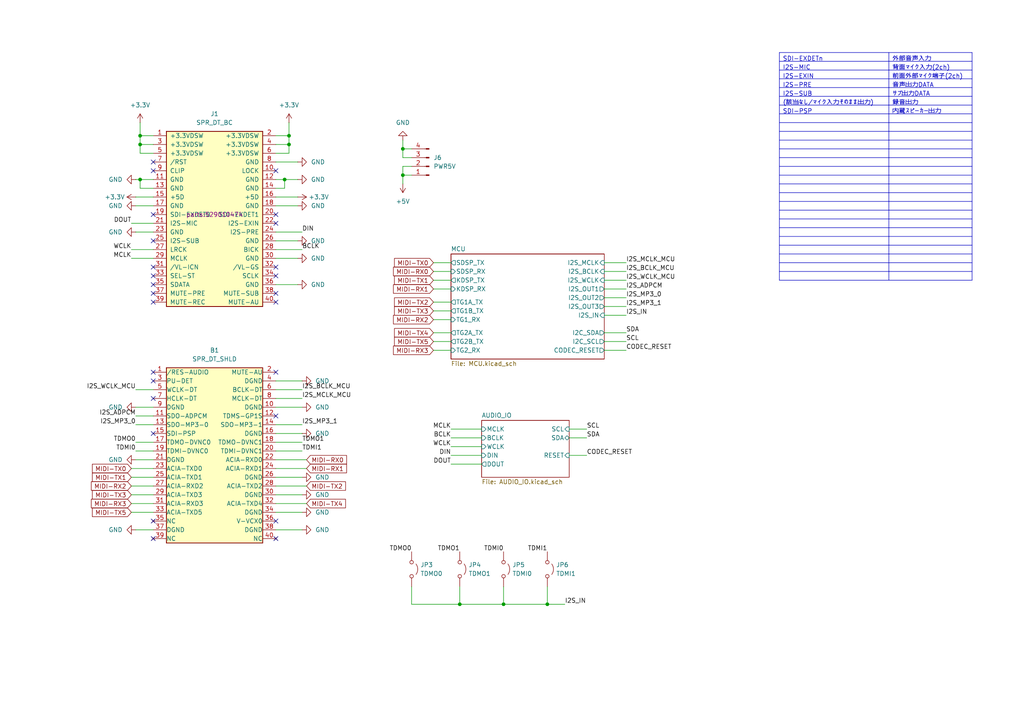
<source format=kicad_sch>
(kicad_sch (version 20250114) (generator "eeschema") (generator_version "9.0")
  (paper "A4")
  (title_block (title "YC265A0 Debugger Board"))
  (lib_symbols
    (symbol "Connector:Conn_01x04_Pin" (pin_names (offset 1.016) (hide yes))
      (property "Reference" "J" (at 0 5.08 0))
      (property "Value" "Conn_01x04_Pin" (at 0 -7.62 0))
      (symbol "Conn_01x04_Pin_1_1"
        (rectangle (start 0.8636 2.667) (end 0 2.413) (stroke (width 0.1524)) (fill (type outline)))
        (rectangle (start 0.8636 0.127) (end 0 -0.127) (stroke (width 0.1524)) (fill (type outline)))
        (rectangle (start 0.8636 -2.413) (end 0 -2.667) (stroke (width 0.1524)) (fill (type outline)))
        (rectangle (start 0.8636 -4.953) (end 0 -5.207) (stroke (width 0.1524)) (fill (type outline)))
        (polyline (pts (xy 1.27 2.54) (xy 0.8636 2.54)) (stroke (width 0.1524)))
        (polyline (pts (xy 1.27 0) (xy 0.8636 0)) (stroke (width 0.1524)))
        (polyline (pts (xy 1.27 -2.54) (xy 0.8636 -2.54)) (stroke (width 0.1524)))
        (polyline (pts (xy 1.27 -5.08) (xy 0.8636 -5.08)) (stroke (width 0.1524)))
        (pin passive line (at 5.08 2.54 180) (length 3.81) (name "Pin_1") (number "1"))
        (pin passive line (at 5.08 0 180) (length 3.81) (name "Pin_2") (number "2"))
        (pin passive line (at 5.08 -2.54 180) (length 3.81) (name "Pin_3") (number "3"))
        (pin passive line (at 5.08 -5.08 180) (length 3.81) (name "Pin_4") (number "4"))
      )
    )
    (symbol "Jumper:Jumper_2_Open" (pin_numbers (hide yes)) (pin_names (offset 0) (hide yes))
      (property "Reference" "JP" (at 0 2.794 0))
      (property "Value" "Jumper_2_Open" (at 0 -2.286 0))
      (symbol "Jumper_2_Open_0_0"
        (circle (center -2.032 0) (radius 0.508))
        (circle (center 2.032 0) (radius 0.508))
      )
      (symbol "Jumper_2_Open_0_1"
        (arc (start -1.524 1.27) (mid 0 1.778) (end 1.524 1.27))
      )
      (symbol "Jumper_2_Open_1_1"
        (pin passive line (at -5.08 0 0) (length 2.54) (name "A") (number "1"))
        (pin passive line (at 5.08 0 180) (length 2.54) (name "B") (number "2"))
      )
    )
    (symbol "SPR-DT:SPR_DT_BC" (pin_names (offset 1.016))
      (property "Reference" "J" (at 1.27 25.4 0))
      (property "Value" "SPR_DT_BC" (at 1.27 -27.94 0))
      (symbol "SPR_DT_BC_1_1"
        (rectangle (start -13.97 24.13) (end 13.97 -26.67) (stroke (width 0.254)) (fill (type background)))
        (pin power_in line (at -17.78 22.86 0) (length 3.81) (name "+3.3VDSW") (number "1"))
        (pin power_in line (at -17.78 20.32 0) (length 3.81) (name "+3.3VDSW") (number "3"))
        (pin power_in line (at -17.78 17.78 0) (length 3.81) (name "+3.3VDSW") (number "5"))
        (pin passive line (at -17.78 15.24 0) (length 3.81) (name "/RST") (number "7"))
        (pin passive line (at -17.78 12.7 0) (length 3.81) (name "CLIP") (number "9"))
        (pin power_in line (at -17.78 10.16 0) (length 3.81) (name "GND") (number "11"))
        (pin power_in line (at -17.78 7.62 0) (length 3.81) (name "GND") (number "13"))
        (pin power_in line (at -17.78 5.08 0) (length 3.81) (name "+5D") (number "15"))
        (pin power_in line (at -17.78 2.54 0) (length 3.81) (name "GND") (number "17"))
        (pin input line (at -17.78 0 0) (length 3.81) (name "SDI-EXDET0") (number "19"))
        (pin input line (at -17.78 -2.54 0) (length 3.81) (name "I2S-MIC") (number "21"))
        (pin power_in line (at -17.78 -5.08 0) (length 3.81) (name "GND") (number "23"))
        (pin output line (at -17.78 -7.62 0) (length 3.81) (name "I2S-SUB") (number "25"))
        (pin passive line (at -17.78 -10.16 0) (length 3.81) (name "LRCK") (number "27"))
        (pin passive line (at -17.78 -12.7 0) (length 3.81) (name "MCLK") (number "29"))
        (pin passive line (at -17.78 -15.24 0) (length 3.81) (name "/VL-ICN") (number "31"))
        (pin passive line (at -17.78 -17.78 0) (length 3.81) (name "SEL-ST") (number "33"))
        (pin passive line (at -17.78 -20.32 0) (length 3.81) (name "SDATA") (number "35"))
        (pin passive line (at -17.78 -22.86 0) (length 3.81) (name "MUTE-PRE") (number "37"))
        (pin passive line (at -17.78 -25.4 0) (length 3.81) (name "MUTE-REC") (number "39"))
        (pin power_in line (at 17.78 22.86 180) (length 3.81) (name "+3.3VDSW") (number "2"))
        (pin power_in line (at 17.78 20.32 180) (length 3.81) (name "+3.3VDSW") (number "4"))
        (pin power_in line (at 17.78 17.78 180) (length 3.81) (name "+3.3VDSW") (number "6"))
        (pin power_in line (at 17.78 15.24 180) (length 3.81) (name "GND") (number "8"))
        (pin passive line (at 17.78 12.7 180) (length 3.81) (name "LOCK") (number "10"))
        (pin power_in line (at 17.78 10.16 180) (length 3.81) (name "GND") (number "12"))
        (pin power_in line (at 17.78 7.62 180) (length 3.81) (name "GND") (number "14"))
        (pin power_in line (at 17.78 5.08 180) (length 3.81) (name "+5D") (number "16"))
        (pin power_in line (at 17.78 2.54 180) (length 3.81) (name "GND") (number "18"))
        (pin input line (at 17.78 0 180) (length 3.81) (name "SDI-EXDET1") (number "20"))
        (pin input line (at 17.78 -2.54 180) (length 3.81) (name "I2S-EXIN") (number "22"))
        (pin output line (at 17.78 -5.08 180) (length 3.81) (name "I2S-PRE") (number "24"))
        (pin power_in line (at 17.78 -7.62 180) (length 3.81) (name "GND") (number "26"))
        (pin passive line (at 17.78 -10.16 180) (length 3.81) (name "BICK") (number "28"))
        (pin passive line (at 17.78 -12.7 180) (length 3.81) (name "GND") (number "30"))
        (pin passive line (at 17.78 -15.24 180) (length 3.81) (name "/VL-GS") (number "32"))
        (pin passive line (at 17.78 -17.78 180) (length 3.81) (name "SCLK") (number "34"))
        (pin power_in line (at 17.78 -20.32 180) (length 3.81) (name "GND") (number "36"))
        (pin passive line (at 17.78 -22.86 180) (length 3.81) (name "MUTE-SUB") (number "38"))
        (pin passive line (at 17.78 -25.4 180) (length 3.81) (name "MUTE-AU") (number "40"))
      )
    )
    (symbol "SPR-DT:SPR_DT_SHLD" (pin_names (offset 0.002))
      (property "Reference" "B" (at 1.27 25.4 0))
      (property "Value" "SPR_DT_SHLD" (at 1.27 -27.94 0))
      (symbol "SPR_DT_SHLD_1_1"
        (rectangle (start -13.97 24.13) (end 13.97 -26.67) (stroke (width 0.254)) (fill (type background)))
        (pin passive line (at -17.78 22.86 0) (length 3.81) (name "/RES-AUDIO") (number "1"))
        (pin passive line (at -17.78 20.32 0) (length 3.81) (name "PU-DET") (number "3"))
        (pin passive line (at -17.78 17.78 0) (length 3.81) (name "WCLK-DT") (number "5"))
        (pin passive line (at -17.78 15.24 0) (length 3.81) (name "HCLK-DT") (number "7"))
        (pin power_in line (at -17.78 12.7 0) (length 3.81) (name "DGND") (number "9"))
        (pin input line (at -17.78 10.16 0) (length 3.81) (name "SDO-ADPCM") (number "11"))
        (pin input line (at -17.78 7.62 0) (length 3.81) (name "SDO-MP3-0") (number "13"))
        (pin output line (at -17.78 5.08 0) (length 3.81) (name "SDI-PSP") (number "15"))
        (pin passive line (at -17.78 2.54 0) (length 3.81) (name "TDMO-DVNC0") (number "17"))
        (pin passive line (at -17.78 0 0) (length 3.81) (name "TDMI-DVNC0") (number "19"))
        (pin power_in line (at -17.78 -2.54 0) (length 3.81) (name "DGND") (number "21"))
        (pin input line (at -17.78 -5.08 0) (length 3.81) (name "ACIA-TXD0") (number "23"))
        (pin input line (at -17.78 -7.62 0) (length 3.81) (name "ACIA-TXD1") (number "25"))
        (pin output line (at -17.78 -10.16 0) (length 3.81) (name "ACIA-RXD2") (number "27"))
        (pin input line (at -17.78 -12.7 0) (length 3.81) (name "ACIA-TXD3") (number "29"))
        (pin output line (at -17.78 -15.24 0) (length 3.81) (name "ACIA-RXD3") (number "31"))
        (pin input line (at -17.78 -17.78 0) (length 3.81) (name "ACIA-TXD5") (number "33"))
        (pin no_connect line (at -17.78 -20.32 0) (length 3.81) (name "NC") (number "35"))
        (pin power_in line (at -17.78 -22.86 0) (length 3.81) (name "DGND") (number "37"))
        (pin no_connect line (at -17.78 -25.4 0) (length 3.81) (name "NC") (number "39"))
        (pin passive line (at 17.78 22.86 180) (length 3.81) (name "MUTE-AU") (number "2"))
        (pin power_in line (at 17.78 20.32 180) (length 3.81) (name "DGND") (number "4"))
        (pin passive line (at 17.78 17.78 180) (length 3.81) (name "BCLK-DT") (number "6"))
        (pin passive line (at 17.78 15.24 180) (length 3.81) (name "MCLK-DT") (number "8"))
        (pin power_in line (at 17.78 12.7 180) (length 3.81) (name "DGND") (number "10"))
        (pin passive line (at 17.78 10.16 180) (length 3.81) (name "TDMS-GP1S") (number "12"))
        (pin input line (at 17.78 7.62 180) (length 3.81) (name "SDO-MP3-1") (number "14"))
        (pin power_in line (at 17.78 5.08 180) (length 3.81) (name "DGND") (number "16"))
        (pin passive line (at 17.78 2.54 180) (length 3.81) (name "TDMO-DVNC1") (number "18"))
        (pin passive line (at 17.78 0 180) (length 3.81) (name "TDMI-DVNC1") (number "20"))
        (pin output line (at 17.78 -2.54 180) (length 3.81) (name "ACIA-RXD0") (number "22"))
        (pin output line (at 17.78 -5.08 180) (length 3.81) (name "ACIA-RXD1") (number "24"))
        (pin power_in line (at 17.78 -7.62 180) (length 3.81) (name "DGND") (number "26"))
        (pin input line (at 17.78 -10.16 180) (length 3.81) (name "ACIA-TXD2") (number "28"))
        (pin power_in line (at 17.78 -12.7 180) (length 3.81) (name "DGND") (number "30"))
        (pin input line (at 17.78 -15.24 180) (length 3.81) (name "ACIA-TXD4") (number "32"))
        (pin power_in line (at 17.78 -17.78 180) (length 3.81) (name "DGND") (number "34"))
        (pin passive line (at 17.78 -20.32 180) (length 3.81) (name "V-VCX0") (number "36"))
        (pin power_in line (at 17.78 -22.86 180) (length 3.81) (name "DGND") (number "38"))
        (pin no_connect line (at 17.78 -25.4 180) (length 3.81) (name "NC") (number "40"))
      )
    )
    (symbol "power:+3.3V" (power) (pin_numbers (hide yes)) (pin_names (offset 0) (hide yes))
      (property "Value" "+3.3V" (at 0 3.556 0))
      (symbol "+3.3V_0_1"
        (polyline (pts (xy -0.762 1.27) (xy 0 2.54)))
        (polyline (pts (xy 0 2.54) (xy 0.762 1.27)))
        (polyline (pts (xy 0 0) (xy 0 2.54)))
      )
      (symbol "+3.3V_1_1"
        (pin power_in line (at 0 0 90) (length 0) (name "~") (number "1"))
      )
    )
    (symbol "power:+5V" (power) (pin_numbers (hide yes)) (pin_names (offset 0) (hide yes))
      (property "Value" "+5V" (at 0 3.556 0))
      (symbol "+5V_0_1"
        (polyline (pts (xy -0.762 1.27) (xy 0 2.54)))
        (polyline (pts (xy 0 2.54) (xy 0.762 1.27)))
        (polyline (pts (xy 0 0) (xy 0 2.54)))
      )
      (symbol "+5V_1_1"
        (pin power_in line (at 0 0 90) (length 0) (name "~") (number "1"))
      )
    )
    (symbol "power:GND" (power) (pin_numbers (hide yes)) (pin_names (offset 0) (hide yes))
      (property "Value" "GND" (at 0 -3.81 0))
      (symbol "GND_0_1"
        (polyline (pts (xy 0 0) (xy 0 -1.27) (xy 1.27 -1.27) (xy 0 -2.54) (xy -1.27 -1.27) (xy 0 -1.27)))
      )
      (symbol "GND_1_1"
        (pin power_in line (at 0 0 270) (length 0) (name "~") (number "1"))
      )
    )
  )
  (junction (at 40.64 41.91))
  (junction (at 82.55 52.07))
  (junction (at 158.75 175.26))
  (junction (at 83.82 41.91))
  (junction (at 83.82 39.37))
  (junction (at 40.64 39.37))
  (junction (at 133.35 175.26))
  (junction (at 146.05 175.26))
  (junction (at 116.84 50.8))
  (junction (at 40.64 52.07))
  (junction (at 116.84 43.18))
  (no_connect (at 44.45 62.23))
  (no_connect (at 80.01 85.09))
  (no_connect (at 80.01 77.47))
  (no_connect (at 80.01 151.13))
  (no_connect (at 44.45 46.99))
  (no_connect (at 44.45 49.53))
  (no_connect (at 44.45 156.21))
  (no_connect (at 44.45 107.95))
  (no_connect (at 80.01 107.95))
  (no_connect (at 80.01 120.65))
  (no_connect (at 44.45 87.63))
  (no_connect (at 80.01 62.23))
  (no_connect (at 80.01 64.77))
  (no_connect (at 80.01 87.63))
  (no_connect (at 44.45 69.85))
  (no_connect (at 44.45 80.01))
  (no_connect (at 80.01 156.21))
  (no_connect (at 44.45 82.55))
  (no_connect (at 44.45 115.57))
  (no_connect (at 44.45 151.13))
  (no_connect (at 44.45 125.73))
  (no_connect (at 80.01 80.01))
  (no_connect (at 44.45 85.09))
  (no_connect (at 80.01 49.53))
  (no_connect (at 44.45 110.49))
  (no_connect (at 44.45 77.47))
  (wire (pts (xy 125.73 90.17) (xy 130.81 90.17)))
  (wire (pts (xy 44.45 44.45) (xy 40.64 44.45)))
  (wire (pts (xy 40.64 35.56) (xy 40.64 39.37)))
  (wire (pts (xy 83.82 44.45) (xy 83.82 41.91)))
  (wire (pts (xy 38.1 72.39) (xy 44.45 72.39)))
  (wire (pts (xy 87.63 148.59) (xy 80.01 148.59)))
  (wire (pts (xy 87.63 72.39) (xy 80.01 72.39)))
  (wire (pts (xy 87.63 138.43) (xy 80.01 138.43)))
  (wire (pts (xy 87.63 130.81) (xy 80.01 130.81)))
  (wire (pts (xy 39.37 130.81) (xy 44.45 130.81)))
  (wire (pts (xy 80.01 41.91) (xy 83.82 41.91)))
  (wire (pts (xy 87.63 128.27) (xy 80.01 128.27)))
  (wire (pts (xy 181.61 96.52) (xy 175.26 96.52)))
  (wire (pts (xy 80.01 44.45) (xy 83.82 44.45)))
  (wire (pts (xy 116.84 40.64) (xy 116.84 43.18)))
  (wire (pts (xy 146.05 175.26) (xy 158.75 175.26)))
  (wire (pts (xy 125.73 96.52) (xy 130.81 96.52)))
  (wire (pts (xy 39.37 52.07) (xy 40.64 52.07)))
  (wire (pts (xy 38.1 135.89) (xy 44.45 135.89)))
  (wire (pts (xy 87.63 67.31) (xy 80.01 67.31)))
  (wire (pts (xy 80.01 46.99) (xy 86.36 46.99)))
  (wire (pts (xy 88.9 135.89) (xy 80.01 135.89)))
  (wire (pts (xy 39.37 67.31) (xy 44.45 67.31)))
  (wire (pts (xy 133.35 170.18) (xy 133.35 175.26)))
  (wire (pts (xy 119.38 48.26) (xy 116.84 48.26)))
  (wire (pts (xy 40.64 44.45) (xy 40.64 41.91)))
  (wire (pts (xy 87.63 110.49) (xy 80.01 110.49)))
  (wire (pts (xy 83.82 41.91) (xy 83.82 39.37)))
  (wire (pts (xy 86.36 57.15) (xy 80.01 57.15)))
  (wire (pts (xy 130.81 134.62) (xy 139.7 134.62)))
  (wire (pts (xy 130.81 132.08) (xy 139.7 132.08)))
  (wire (pts (xy 40.64 39.37) (xy 44.45 39.37)))
  (wire (pts (xy 38.1 64.77) (xy 44.45 64.77)))
  (wire (pts (xy 88.9 140.97) (xy 80.01 140.97)))
  (wire (pts (xy 125.73 78.74) (xy 130.81 78.74)))
  (wire (pts (xy 125.73 83.82) (xy 130.81 83.82)))
  (wire (pts (xy 44.45 54.61) (xy 40.64 54.61)))
  (wire (pts (xy 116.84 50.8) (xy 119.38 50.8)))
  (wire (pts (xy 125.73 87.63) (xy 130.81 87.63)))
  (wire (pts (xy 82.55 54.61) (xy 82.55 52.07)))
  (wire (pts (xy 87.63 143.51) (xy 80.01 143.51)))
  (wire (pts (xy 158.75 170.18) (xy 158.75 175.26)))
  (wire (pts (xy 133.35 175.26) (xy 146.05 175.26)))
  (wire (pts (xy 170.18 127) (xy 165.1 127)))
  (wire (pts (xy 119.38 175.26) (xy 133.35 175.26)))
  (wire (pts (xy 88.9 146.05) (xy 80.01 146.05)))
  (wire (pts (xy 38.1 140.97) (xy 44.45 140.97)))
  (wire (pts (xy 86.36 69.85) (xy 80.01 69.85)))
  (wire (pts (xy 125.73 81.28) (xy 130.81 81.28)))
  (wire (pts (xy 181.61 81.28) (xy 175.26 81.28)))
  (wire (pts (xy 146.05 170.18) (xy 146.05 175.26)))
  (wire (pts (xy 119.38 170.18) (xy 119.38 175.26)))
  (wire (pts (xy 116.84 43.18) (xy 119.38 43.18)))
  (wire (pts (xy 39.37 113.03) (xy 44.45 113.03)))
  (wire (pts (xy 39.37 59.69) (xy 44.45 59.69)))
  (wire (pts (xy 39.37 128.27) (xy 44.45 128.27)))
  (wire (pts (xy 44.45 41.91) (xy 40.64 41.91)))
  (wire (pts (xy 130.81 127) (xy 139.7 127)))
  (wire (pts (xy 80.01 54.61) (xy 82.55 54.61)))
  (wire (pts (xy 87.63 113.03) (xy 80.01 113.03)))
  (wire (pts (xy 40.64 54.61) (xy 40.64 52.07)))
  (wire (pts (xy 38.1 143.51) (xy 44.45 143.51)))
  (wire (pts (xy 40.64 41.91) (xy 40.64 39.37)))
  (wire (pts (xy 82.55 52.07) (xy 86.36 52.07)))
  (wire (pts (xy 39.37 120.65) (xy 44.45 120.65)))
  (wire (pts (xy 130.81 129.54) (xy 139.7 129.54)))
  (wire (pts (xy 39.37 123.19) (xy 44.45 123.19)))
  (wire (pts (xy 170.18 132.08) (xy 165.1 132.08)))
  (wire (pts (xy 86.36 59.69) (xy 80.01 59.69)))
  (wire (pts (xy 87.63 118.11) (xy 80.01 118.11)))
  (wire (pts (xy 116.84 48.26) (xy 116.84 50.8)))
  (wire (pts (xy 158.75 175.26) (xy 163.83 175.26)))
  (wire (pts (xy 170.18 124.46) (xy 165.1 124.46)))
  (wire (pts (xy 83.82 39.37) (xy 83.82 35.56)))
  (wire (pts (xy 86.36 82.55) (xy 80.01 82.55)))
  (wire (pts (xy 38.1 138.43) (xy 44.45 138.43)))
  (wire (pts (xy 181.61 101.6) (xy 175.26 101.6)))
  (wire (pts (xy 87.63 123.19) (xy 80.01 123.19)))
  (wire (pts (xy 181.61 88.9) (xy 175.26 88.9)))
  (wire (pts (xy 38.1 74.93) (xy 44.45 74.93)))
  (wire (pts (xy 87.63 153.67) (xy 80.01 153.67)))
  (wire (pts (xy 130.81 124.46) (xy 139.7 124.46)))
  (wire (pts (xy 39.37 133.35) (xy 44.45 133.35)))
  (wire (pts (xy 80.01 52.07) (xy 82.55 52.07)))
  (wire (pts (xy 125.73 99.06) (xy 130.81 99.06)))
  (wire (pts (xy 116.84 50.8) (xy 116.84 53.34)))
  (wire (pts (xy 181.61 99.06) (xy 175.26 99.06)))
  (wire (pts (xy 88.9 133.35) (xy 80.01 133.35)))
  (wire (pts (xy 39.37 118.11) (xy 44.45 118.11)))
  (wire (pts (xy 116.84 45.72) (xy 119.38 45.72)))
  (wire (pts (xy 39.37 57.15) (xy 44.45 57.15)))
  (wire (pts (xy 86.36 74.93) (xy 80.01 74.93)))
  (wire (pts (xy 38.1 146.05) (xy 44.45 146.05)))
  (wire (pts (xy 181.61 91.44) (xy 175.26 91.44)))
  (wire (pts (xy 87.63 125.73) (xy 80.01 125.73)))
  (wire (pts (xy 181.61 86.36) (xy 175.26 86.36)))
  (wire (pts (xy 181.61 76.2) (xy 175.26 76.2)))
  (wire (pts (xy 125.73 101.6) (xy 130.81 101.6)))
  (wire (pts (xy 181.61 78.74) (xy 175.26 78.74)))
  (wire (pts (xy 80.01 39.37) (xy 83.82 39.37)))
  (wire (pts (xy 40.64 52.07) (xy 44.45 52.07)))
  (wire (pts (xy 125.73 76.2) (xy 130.81 76.2)))
  (wire (pts (xy 125.73 92.71) (xy 130.81 92.71)))
  (wire (pts (xy 87.63 115.57) (xy 80.01 115.57)))
  (wire (pts (xy 181.61 83.82) (xy 175.26 83.82)))
  (wire (pts (xy 38.1 148.59) (xy 44.45 148.59)))
  (wire (pts (xy 39.37 153.67) (xy 44.45 153.67)))
  (wire (pts (xy 116.84 43.18) (xy 116.84 45.72)))
  (table (column_count 2) (border (external yes) (header yes)) (separators (rows yes) (cols yes)) (column_widths 31.75 24.13) (row_heights 2.54 2.54 2.54 2.54 2.54 2.54 2.54 2.54 2.54 2.54 2.54 2.54 2.54 2.54 2.54 2.54 2.54 2.54 2.54 2.54 2.54 2.54 2.54 2.54 2.54 2.54) (cells (table_cell "SDI-EXDETn" (at 226.06 15.24 0) (size 31.75 2.54) (margins 0.9525 0.9525 0.9525 0.9525) (span 1 1)) (table_cell "外部音声入力" (at 257.81 15.24 0) (size 24.13 2.54) (margins 0.9525 0.9525 0.9525 0.9525) (span 1 1)) (table_cell "I2S-MIC" (at 226.06 17.78 0) (size 31.75 2.54) (margins 0.9525 0.9525 0.9525 0.9525) (span 1 1)) (table_cell "背面マイク入力(2ch)" (at 257.81 17.78 0) (size 24.13 2.54) (margins 0.9525 0.9525 0.9525 0.9525) (span 1 1)) (table_cell "I2S-EXIN" (at 226.06 20.32 0) (size 31.75 2.54) (margins 0.9525 0.9525 0.9525 0.9525) (span 1 1)) (table_cell "前面外部マイク端子(2ch)" (at 257.81 20.32 0) (size 24.13 2.54) (margins 0.9525 0.9525 0.9525 0.9525) (span 1 1)) (table_cell "I2S-PRE" (at 226.06 22.86 0) (size 31.75 2.54) (margins 0.9525 0.9525 0.9525 0.9525) (span 1 1)) (table_cell "音声出力DATA" (at 257.81 22.86 0) (size 24.13 2.54) (margins 0.9525 0.9525 0.9525 0.9525) (span 1 1)) (table_cell "I2S-SUB" (at 226.06 25.4 0) (size 31.75 2.54) (margins 0.9525 0.9525 0.9525 0.9525) (span 1 1)) (table_cell "サブ出力DATA" (at 257.81 25.4 0) (size 24.13 2.54) (margins 0.9525 0.9525 0.9525 0.9525) (span 1 1)) (table_cell "(該当なし/マイク入力そのまま出力)" (at 226.06 27.94 0) (size 31.75 2.54) (margins 0.9525 0.9525 0.9525 0.9525) (span 1 1)) (table_cell "録音出力" (at 257.81 27.94 0) (size 24.13 2.54) (margins 0.9525 0.9525 0.9525 0.9525) (span 1 1)) (table_cell "SDI-PSP" (at 226.06 30.48 0) (size 31.75 2.54) (margins 0.9525 0.9525 0.9525 0.9525) (span 1 1)) (table_cell "内蔵スピーカー出力" (at 257.81 30.48 0) (size 24.13 2.54) (margins 0.9525 0.9525 0.9525 0.9525) (span 1 1)) (table_cell "" (at 226.06 33.02 0) (size 31.75 2.54) (margins 0.9525 0.9525 0.9525 0.9525) (span 1 1)) (table_cell "" (at 257.81 33.02 0) (size 24.13 2.54) (margins 0.9525 0.9525 0.9525 0.9525) (span 1 1)) (table_cell "" (at 226.06 35.56 0) (size 31.75 2.54) (margins 0.9525 0.9525 0.9525 0.9525) (span 1 1)) (table_cell "" (at 257.81 35.56 0) (size 24.13 2.54) (margins 0.9525 0.9525 0.9525 0.9525) (span 1 1)) (table_cell "" (at 226.06 38.1 0) (size 31.75 2.54) (margins 0.9525 0.9525 0.9525 0.9525) (span 1 1)) (table_cell "" (at 257.81 38.1 0) (size 24.13 2.54) (margins 0.9525 0.9525 0.9525 0.9525) (span 1 1)) (table_cell "" (at 226.06 40.64 0) (size 31.75 2.54) (margins 0.9525 0.9525 0.9525 0.9525) (span 1 1)) (table_cell "" (at 257.81 40.64 0) (size 24.13 2.54) (margins 0.9525 0.9525 0.9525 0.9525) (span 1 1)) (table_cell "" (at 226.06 43.18 0) (size 31.75 2.54) (margins 0.9525 0.9525 0.9525 0.9525) (span 1 1)) (table_cell "" (at 257.81 43.18 0) (size 24.13 2.54) (margins 0.9525 0.9525 0.9525 0.9525) (span 1 1)) (table_cell "" (at 226.06 45.72 0) (size 31.75 2.54) (margins 0.9525 0.9525 0.9525 0.9525) (span 1 1)) (table_cell "" (at 257.81 45.72 0) (size 24.13 2.54) (margins 0.9525 0.9525 0.9525 0.9525) (span 1 1)) (table_cell "" (at 226.06 48.26 0) (size 31.75 2.54) (margins 0.9525 0.9525 0.9525 0.9525) (span 1 1)) (table_cell "" (at 257.81 48.26 0) (size 24.13 2.54) (margins 0.9525 0.9525 0.9525 0.9525) (span 1 1)) (table_cell "" (at 226.06 50.8 0) (size 31.75 2.54) (margins 0.9525 0.9525 0.9525 0.9525) (span 1 1)) (table_cell "" (at 257.81 50.8 0) (size 24.13 2.54) (margins 0.9525 0.9525 0.9525 0.9525) (span 1 1)) (table_cell "" (at 226.06 53.34 0) (size 31.75 2.54) (margins 0.9525 0.9525 0.9525 0.9525) (span 1 1)) (table_cell "" (at 257.81 53.34 0) (size 24.13 2.54) (margins 0.9525 0.9525 0.9525 0.9525) (span 1 1)) (table_cell "" (at 226.06 55.88 0) (size 31.75 2.54) (margins 0.9525 0.9525 0.9525 0.9525) (span 1 1)) (table_cell "" (at 257.81 55.88 0) (size 24.13 2.54) (margins 0.9525 0.9525 0.9525 0.9525) (span 1 1)) (table_cell "" (at 226.06 58.42 0) (size 31.75 2.54) (margins 0.9525 0.9525 0.9525 0.9525) (span 1 1)) (table_cell "" (at 257.81 58.42 0) (size 24.13 2.54) (margins 0.9525 0.9525 0.9525 0.9525) (span 1 1)) (table_cell "" (at 226.06 60.96 0) (size 31.75 2.54) (margins 0.9525 0.9525 0.9525 0.9525) (span 1 1)) (table_cell "" (at 257.81 60.96 0) (size 24.13 2.54) (margins 0.9525 0.9525 0.9525 0.9525) (span 1 1)) (table_cell "" (at 226.06 63.5 0) (size 31.75 2.54) (margins 0.9525 0.9525 0.9525 0.9525) (span 1 1)) (table_cell "" (at 257.81 63.5 0) (size 24.13 2.54) (margins 0.9525 0.9525 0.9525 0.9525) (span 1 1)) (table_cell "" (at 226.06 66.04 0) (size 31.75 2.54) (margins 0.9525 0.9525 0.9525 0.9525) (span 1 1)) (table_cell "" (at 257.81 66.04 0) (size 24.13 2.54) (margins 0.9525 0.9525 0.9525 0.9525) (span 1 1)) (table_cell "" (at 226.06 68.58 0) (size 31.75 2.54) (margins 0.9525 0.9525 0.9525 0.9525) (span 1 1)) (table_cell "" (at 257.81 68.58 0) (size 24.13 2.54) (margins 0.9525 0.9525 0.9525 0.9525) (span 1 1)) (table_cell "" (at 226.06 71.12 0) (size 31.75 2.54) (margins 0.9525 0.9525 0.9525 0.9525) (span 1 1)) (table_cell "" (at 257.81 71.12 0) (size 24.13 2.54) (margins 0.9525 0.9525 0.9525 0.9525) (span 1 1)) (table_cell "" (at 226.06 73.66 0) (size 31.75 2.54) (margins 0.9525 0.9525 0.9525 0.9525) (span 1 1)) (table_cell "" (at 257.81 73.66 0) (size 24.13 2.54) (margins 0.9525 0.9525 0.9525 0.9525) (span 1 1)) (table_cell "" (at 226.06 76.2 0) (size 31.75 2.54) (margins 0.9525 0.9525 0.9525 0.9525) (span 1 1)) (table_cell "" (at 257.81 76.2 0) (size 24.13 2.54) (margins 0.9525 0.9525 0.9525 0.9525) (span 1 1)) (table_cell "" (at 226.06 78.74 0) (size 31.75 2.54) (margins 0.9525 0.9525 0.9525 0.9525) (span 1 1)) (table_cell "" (at 257.81 78.74 0) (size 24.13 2.54) (margins 0.9525 0.9525 0.9525 0.9525) (span 1 1))))
  (label "TDMO0" (at 39.37 128.27 180))
  (label "TDMI1" (at 87.63 130.81 0))
  (label "I2S_IN" (at 163.83 175.26 0))
  (label "I2S_MP3_1" (at 87.63 123.19 0))
  (label "CODEC_RESET" (at 170.18 132.08 0))
  (label "SDA" (at 170.18 127 0))
  (label "I2S_MCLK_MCU" (at 181.61 76.2 0))
  (label "I2S_BCLK_MCU" (at 181.61 78.74 0))
  (label "I2S_WCLK_MCU" (at 181.61 81.28 0))
  (label "I2S_MCLK_MCU" (at 87.63 115.57 0))
  (label "I2S_IN" (at 181.61 91.44 0))
  (label "TDMO1" (at 87.63 128.27 0))
  (label "TDMI0" (at 39.37 130.81 180))
  (label "WCLK" (at 130.81 129.54 180))
  (label "CODEC_RESET" (at 181.61 101.6 0))
  (label "I2S_MP3_1" (at 181.61 88.9 0))
  (label "I2S_ADPCM" (at 181.61 83.82 0))
  (label "DOUT" (at 130.81 134.62 180))
  (label "DOUT" (at 38.1 64.77 180))
  (label "WCLK" (at 38.1 72.39 180))
  (label "MCLK" (at 38.1 74.93 180))
  (label "DIN" (at 87.63 67.31 0))
  (label "BCLK" (at 87.63 72.39 0))
  (label "TDMO1" (at 133.35 160.02 180))
  (label "TDMO0" (at 119.38 160.02 180))
  (label "MCLK" (at 130.81 124.46 180))
  (label "BCLK" (at 130.81 127 180))
  (label "I2S_BCLK_MCU" (at 87.63 113.03 0))
  (label "I2S_WCLK_MCU" (at 39.37 113.03 180))
  (label "DIN" (at 130.81 132.08 180))
  (label "SCL" (at 181.61 99.06 0))
  (label "SDA" (at 181.61 96.52 0))
  (label "TDMI0" (at 146.05 160.02 180))
  (label "SCL" (at 170.18 124.46 0))
  (label "I2S_ADPCM" (at 39.37 120.65 180))
  (label "TDMI1" (at 158.75 160.02 180))
  (label "I2S_MP3_0" (at 39.37 123.19 180))
  (label "I2S_MP3_0" (at 181.61 86.36 0))
  (global_label "MIDI-RX0" (shape input) (at 125.73 78.74 180) (property "Intersheetrefs" "${INTERSHEET_REFS}" (effects (hide yes))))
  (global_label "MIDI-RX2" (shape input) (at 38.1 140.97 180) (property "Intersheetrefs" "${INTERSHEET_REFS}" (effects (hide yes))))
  (global_label "MIDI-TX1" (shape input) (at 38.1 138.43 180) (property "Intersheetrefs" "${INTERSHEET_REFS}" (effects (hide yes))))
  (global_label "MIDI-RX3" (shape input) (at 38.1 146.05 180) (property "Intersheetrefs" "${INTERSHEET_REFS}" (effects (hide yes))))
  (global_label "MIDI-TX0" (shape input) (at 38.1 135.89 180) (property "Intersheetrefs" "${INTERSHEET_REFS}" (effects (hide yes))))
  (global_label "MIDI-TX3" (shape input) (at 38.1 143.51 180) (property "Intersheetrefs" "${INTERSHEET_REFS}" (effects (hide yes))))
  (global_label "MIDI-TX5" (shape input) (at 38.1 148.59 180) (property "Intersheetrefs" "${INTERSHEET_REFS}" (effects (hide yes))))
  (global_label "MIDI-RX1" (shape input) (at 88.9 135.89 0) (property "Intersheetrefs" "${INTERSHEET_REFS}" (effects (hide yes))))
  (global_label "MIDI-TX2" (shape input) (at 88.9 140.97 0) (property "Intersheetrefs" "${INTERSHEET_REFS}" (effects (hide yes))))
  (global_label "MIDI-RX0" (shape input) (at 88.9 133.35 0) (property "Intersheetrefs" "${INTERSHEET_REFS}" (effects (hide yes))))
  (global_label "MIDI-TX4" (shape input) (at 88.9 146.05 0) (property "Intersheetrefs" "${INTERSHEET_REFS}" (effects (hide yes))))
  (global_label "MIDI-TX0" (shape input) (at 125.73 76.2 180) (property "Intersheetrefs" "${INTERSHEET_REFS}" (effects (hide yes))))
  (global_label "MIDI-TX3" (shape input) (at 125.73 90.17 180) (property "Intersheetrefs" "${INTERSHEET_REFS}" (effects (hide yes))))
  (global_label "MIDI-TX5" (shape input) (at 125.73 99.06 180) (property "Intersheetrefs" "${INTERSHEET_REFS}" (effects (hide yes))))
  (global_label "MIDI-RX1" (shape input) (at 125.73 83.82 180) (property "Intersheetrefs" "${INTERSHEET_REFS}" (effects (hide yes))))
  (global_label "MIDI-TX2" (shape input) (at 125.73 87.63 180) (property "Intersheetrefs" "${INTERSHEET_REFS}" (effects (hide yes))))
  (global_label "MIDI-RX2" (shape input) (at 125.73 92.71 180) (property "Intersheetrefs" "${INTERSHEET_REFS}" (effects (hide yes))))
  (global_label "MIDI-TX1" (shape input) (at 125.73 81.28 180) (property "Intersheetrefs" "${INTERSHEET_REFS}" (effects (hide yes))))
  (global_label "MIDI-RX3" (shape input) (at 125.73 101.6 180) (property "Intersheetrefs" "${INTERSHEET_REFS}" (effects (hide yes))))
  (global_label "MIDI-TX4" (shape input) (at 125.73 96.52 180) (property "Intersheetrefs" "${INTERSHEET_REFS}" (effects (hide yes))))
  (symbol (lib_id "power:GND") (at 39.37 59.69 270) (unit 1)
    (property "Reference" "#PWR010" (effects (hide yes)))
    (property "Value" "GND" (at 35.56 59.6899 90) (effects (justify right)))
    (property "Description" "Power symbol creates a global label with name \"GND\" , ground" (effects (hide yes)))
  )
  (symbol (lib_id "SPR-DT:SPR_DT_SHLD") (at 62.23 130.81 0) (unit 1)
    (property "Reference" "B1" (at 62.23 101.6 0))
    (property "Value" "SPR_DT_SHLD" (at 62.23 104.14 0))
    (property "Footprint" "parts:JST_SHD_SM40B-SRDS-G-TF_2x20_P1.0_Right_Angle" (effects (hide yes)))
    (property "Description" "SPR-DT SHLD MIDI & AUDIO CONNECTOR" (effects (hide yes)))
  )
  (symbol (lib_id "power:GND") (at 39.37 52.07 270) (unit 1)
    (property "Reference" "#PWR09" (effects (hide yes)))
    (property "Value" "GND" (at 35.56 52.0699 90) (effects (justify right)))
    (property "Description" "Power symbol creates a global label with name \"GND\" , ground" (effects (hide yes)))
  )
  (symbol (lib_id "power:+3.3V") (at 40.64 35.56 0) (mirror y) (unit 1)
    (property "Reference" "#PWR01" (effects (hide yes)))
    (property "Value" "+3.3V" (at 40.64 30.48 0))
    (property "Description" "Power symbol creates a global label with name \"+3.3V\"" (effects (hide yes)))
  )
  (symbol (lib_id "power:+3.3V") (at 86.36 57.15 270) (mirror x) (unit 1)
    (property "Reference" "#PWR013" (effects (hide yes)))
    (property "Value" "+3.3V" (at 92.456 57.15 90))
    (property "Description" "Power symbol creates a global label with name \"+3.3V\"" (effects (hide yes)))
  )
  (symbol (lib_id "Jumper:Jumper_2_Open") (at 158.75 165.1 270) (unit 1)
    (property "Reference" "JP6" (at 161.29 163.8299 90) (effects (justify left)))
    (property "Value" "TDMI1" (at 161.29 166.3699 90) (effects (justify left)))
    (property "Footprint" "Connector_PinHeader_2.54mm:PinHeader_1x02_P2.54mm_Vertical" (effects (hide yes)))
    (property "Description" "Jumper, 2-pole, open" (effects (hide yes)))
  )
  (symbol (lib_id "power:GND") (at 39.37 153.67 270) (unit 1)
    (property "Reference" "#PWR016" (effects (hide yes)))
    (property "Value" "GND" (at 35.56 153.6699 90) (effects (justify right)))
    (property "Description" "Power symbol creates a global label with name \"GND\" , ground" (effects (hide yes)))
  )
  (symbol (lib_id "power:GND") (at 39.37 133.35 270) (unit 1)
    (property "Reference" "#PWR015" (effects (hide yes)))
    (property "Value" "GND" (at 35.56 133.3499 90) (effects (justify right)))
    (property "Description" "Power symbol creates a global label with name \"GND\" , ground" (effects (hide yes)))
  )
  (symbol (lib_id "power:GND") (at 87.63 118.11 90) (unit 1)
    (property "Reference" "#PWR018" (effects (hide yes)))
    (property "Value" "GND" (at 91.44 118.1099 90) (effects (justify right)))
    (property "Description" "Power symbol creates a global label with name \"GND\" , ground" (effects (hide yes)))
  )
  (symbol (lib_id "Jumper:Jumper_2_Open") (at 119.38 165.1 270) (unit 1)
    (property "Reference" "JP3" (at 121.92 163.8299 90) (effects (justify left)))
    (property "Value" "TDMO0" (at 121.92 166.3699 90) (effects (justify left)))
    (property "Footprint" "Connector_PinHeader_2.54mm:PinHeader_1x02_P2.54mm_Vertical" (effects (hide yes)))
    (property "Description" "Jumper, 2-pole, open" (effects (hide yes)))
  )
  (symbol (lib_id "power:GND") (at 87.63 110.49 90) (unit 1)
    (property "Reference" "#PWR017" (effects (hide yes)))
    (property "Value" "GND" (at 91.44 110.4899 90) (effects (justify right)))
    (property "Description" "Power symbol creates a global label with name \"GND\" , ground" (effects (hide yes)))
  )
  (symbol (lib_id "power:GND") (at 86.36 74.93 90) (unit 1)
    (property "Reference" "#PWR07" (effects (hide yes)))
    (property "Value" "GND" (at 90.17 74.9299 90) (effects (justify right)))
    (property "Description" "Power symbol creates a global label with name \"GND\" , ground" (effects (hide yes)))
  )
  (symbol (lib_id "power:GND") (at 86.36 59.69 90) (unit 1)
    (property "Reference" "#PWR05" (effects (hide yes)))
    (property "Value" "GND" (at 90.17 59.6899 90) (effects (justify right)))
    (property "Description" "Power symbol creates a global label with name \"GND\" , ground" (effects (hide yes)))
  )
  (symbol (lib_id "power:+5V") (at 116.84 53.34 180) (unit 1)
    (property "Reference" "#PWR047" (effects (hide yes)))
    (property "Value" "+5V" (at 116.84 58.42 0))
    (property "Description" "Power symbol creates a global label with name \"+5V\"" (effects (hide yes)))
  )
  (symbol (lib_id "power:GND") (at 86.36 52.07 90) (unit 1)
    (property "Reference" "#PWR03" (effects (hide yes)))
    (property "Value" "GND" (at 90.17 52.0699 90) (effects (justify right)))
    (property "Description" "Power symbol creates a global label with name \"GND\" , ground" (effects (hide yes)))
  )
  (symbol (lib_id "SPR-DT:SPR_DT_BC") (at 62.23 62.23 0) (unit 1)
    (property "Reference" "J1" (at 62.23 33.02 0))
    (property "Value" "SPR_DT_BC" (at 62.23 35.56 0))
    (property "Footprint" "parts:529010474" (at 62.23 62.23 0))
    (property "Description" "Generic connector, double row, 02x20, odd/even pin numbering scheme (row 1 odd numbers, row 2 even numbers), script generated (kicad-library-utils/schlib/autogen/connector/)" (effects (hide yes)))
  )
  (symbol (lib_id "power:GND") (at 87.63 148.59 90) (unit 1)
    (property "Reference" "#PWR022" (effects (hide yes)))
    (property "Value" "GND" (at 91.44 148.5899 90) (effects (justify right)))
    (property "Description" "Power symbol creates a global label with name \"GND\" , ground" (effects (hide yes)))
  )
  (symbol (lib_id "power:GND") (at 87.63 143.51 90) (unit 1)
    (property "Reference" "#PWR021" (effects (hide yes)))
    (property "Value" "GND" (at 91.44 143.5099 90) (effects (justify right)))
    (property "Description" "Power symbol creates a global label with name \"GND\" , ground" (effects (hide yes)))
  )
  (symbol (lib_id "power:GND") (at 86.36 82.55 90) (unit 1)
    (property "Reference" "#PWR08" (effects (hide yes)))
    (property "Value" "GND" (at 90.17 82.5499 90) (effects (justify right)))
    (property "Description" "Power symbol creates a global label with name \"GND\" , ground" (effects (hide yes)))
  )
  (symbol (lib_id "power:GND") (at 39.37 118.11 270) (unit 1)
    (property "Reference" "#PWR014" (effects (hide yes)))
    (property "Value" "GND" (at 35.56 118.1099 90) (effects (justify right)))
    (property "Description" "Power symbol creates a global label with name \"GND\" , ground" (effects (hide yes)))
  )
  (symbol (lib_id "power:+3.3V") (at 39.37 57.15 90) (mirror x) (unit 1)
    (property "Reference" "#PWR012" (effects (hide yes)))
    (property "Value" "+3.3V" (at 33.274 57.15 90))
    (property "Description" "Power symbol creates a global label with name \"+3.3V\"" (effects (hide yes)))
  )
  (symbol (lib_id "power:GND") (at 87.63 125.73 90) (unit 1)
    (property "Reference" "#PWR019" (effects (hide yes)))
    (property "Value" "GND" (at 91.44 125.7299 90) (effects (justify right)))
    (property "Description" "Power symbol creates a global label with name \"GND\" , ground" (effects (hide yes)))
  )
  (symbol (lib_id "power:GND") (at 116.84 40.64 180) (unit 1)
    (property "Reference" "#PWR048" (effects (hide yes)))
    (property "Value" "GND" (at 116.84 35.56 0))
    (property "Description" "Power symbol creates a global label with name \"GND\" , ground" (effects (hide yes)))
  )
  (symbol (lib_id "Connector:Conn_01x04_Pin") (at 124.46 48.26 180) (unit 1)
    (property "Reference" "J6" (at 125.73 45.7199 0) (effects (justify right)))
    (property "Value" "PWR5V" (at 125.73 48.2599 0) (effects (justify right)))
    (property "Footprint" "Connector_JST:JST_PH_S4B-PH-SM4-TB_1x04-1MP_P2.00mm_Horizontal" (effects (hide yes)))
    (property "Description" "Generic connector, single row, 01x04, script generated" (effects (hide yes)))
  )
  (symbol (lib_id "Jumper:Jumper_2_Open") (at 146.05 165.1 270) (unit 1)
    (property "Reference" "JP5" (at 148.59 163.8299 90) (effects (justify left)))
    (property "Value" "TDMI0" (at 148.59 166.3699 90) (effects (justify left)))
    (property "Footprint" "Connector_PinHeader_2.54mm:PinHeader_1x02_P2.54mm_Vertical" (effects (hide yes)))
    (property "Description" "Jumper, 2-pole, open" (effects (hide yes)))
  )
  (symbol (lib_id "power:GND") (at 87.63 153.67 90) (unit 1)
    (property "Reference" "#PWR023" (effects (hide yes)))
    (property "Value" "GND" (at 91.44 153.6699 90) (effects (justify right)))
    (property "Description" "Power symbol creates a global label with name \"GND\" , ground" (effects (hide yes)))
  )
  (symbol (lib_id "power:GND") (at 39.37 67.31 270) (unit 1)
    (property "Reference" "#PWR011" (effects (hide yes)))
    (property "Value" "GND" (at 35.56 67.3099 90) (effects (justify right)))
    (property "Description" "Power symbol creates a global label with name \"GND\" , ground" (effects (hide yes)))
  )
  (symbol (lib_id "power:GND") (at 87.63 138.43 90) (unit 1)
    (property "Reference" "#PWR020" (effects (hide yes)))
    (property "Value" "GND" (at 91.44 138.4299 90) (effects (justify right)))
    (property "Description" "Power symbol creates a global label with name \"GND\" , ground" (effects (hide yes)))
  )
  (symbol (lib_id "power:GND") (at 86.36 46.99 90) (unit 1)
    (property "Reference" "#PWR04" (effects (hide yes)))
    (property "Value" "GND" (at 90.17 46.9899 90) (effects (justify right)))
    (property "Description" "Power symbol creates a global label with name \"GND\" , ground" (effects (hide yes)))
  )
  (symbol (lib_id "Jumper:Jumper_2_Open") (at 133.35 165.1 270) (unit 1)
    (property "Reference" "JP4" (at 135.89 163.8299 90) (effects (justify left)))
    (property "Value" "TDMO1" (at 135.89 166.3699 90) (effects (justify left)))
    (property "Footprint" "Connector_PinHeader_2.54mm:PinHeader_1x02_P2.54mm_Vertical" (effects (hide yes)))
    (property "Description" "Jumper, 2-pole, open" (effects (hide yes)))
  )
  (symbol (lib_id "power:GND") (at 86.36 69.85 90) (unit 1)
    (property "Reference" "#PWR06" (effects (hide yes)))
    (property "Value" "GND" (at 90.17 69.8499 90) (effects (justify right)))
    (property "Description" "Power symbol creates a global label with name \"GND\" , ground" (effects (hide yes)))
  )
  (symbol (lib_id "power:+3.3V") (at 83.82 35.56 0) (mirror y) (unit 1)
    (property "Reference" "#PWR02" (effects (hide yes)))
    (property "Value" "+3.3V" (at 83.82 30.48 0))
    (property "Description" "Power symbol creates a global label with name \"+3.3V\"" (effects (hide yes)))
  )
  (sheet (at 139.7 121.92) (size 25.4 16.51) (stroke (width 0.1524))
    (property "Sheetname" "AUDIO_IO" (at 139.7 121.2084 0) (effects (justify left bottom)))
    (property "Sheetfile" "AUDIO_IO.kicad_sch" (at 139.7 139.0146 0) (effects (justify left top)))
    (pin "BCLK" input (at 139.7 127 180))
    (pin "DIN" input (at 139.7 132.08 180))
    (pin "MCLK" input (at 139.7 124.46 180))
    (pin "DOUT" output (at 139.7 134.62 180))
    (pin "RESET" input (at 165.1 132.08 0))
    (pin "SCL" input (at 165.1 124.46 0))
    (pin "SDA" bidirectional (at 165.1 127 0))
    (pin "WCLK" input (at 139.7 129.54 180))
  )
  (sheet (at 130.81 73.66) (size 44.45 30.48) (stroke (width 0.1524))
    (property "Sheetname" "MCU" (at 130.81 72.9484 0) (effects (justify left bottom)))
    (property "Sheetfile" "MCU.kicad_sch" (at 130.81 104.7246 0) (effects (justify left top)))
    (pin "SDSP_TX" output (at 130.81 76.2 180))
    (pin "SDSP_RX" input (at 130.81 78.74 180))
    (pin "TG2_RX" input (at 130.81 101.6 180))
    (pin "TG2B_TX" output (at 130.81 99.06 180))
    (pin "KDSP_TX" output (at 130.81 81.28 180))
    (pin "I2C_SDA" output (at 175.26 96.52 0))
    (pin "I2S_WCLK" input (at 175.26 81.28 0))
    (pin "I2S_BCLK" input (at 175.26 78.74 0))
    (pin "I2S_MCLK" input (at 175.26 76.2 0))
    (pin "TG1A_TX" output (at 130.81 87.63 180))
    (pin "TG1B_TX" output (at 130.81 90.17 180))
    (pin "KDSP_RX" input (at 130.81 83.82 180))
    (pin "TG1_RX" input (at 130.81 92.71 180))
    (pin "I2C_SCL" output (at 175.26 99.06 0))
    (pin "I2S_IN" input (at 175.26 91.44 0))
    (pin "TG2A_TX" output (at 130.81 96.52 180))
    (pin "I2S_OUT1" output (at 175.26 83.82 0))
    (pin "I2S_OUT3" output (at 175.26 88.9 0))
    (pin "I2S_OUT2" output (at 175.26 86.36 0))
    (pin "CODEC_RESET" output (at 175.26 101.6 0))
  )
)
</source>
